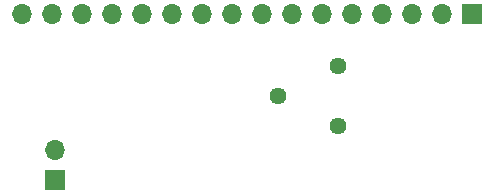
<source format=gbr>
%TF.GenerationSoftware,KiCad,Pcbnew,(6.0.10-0)*%
%TF.CreationDate,2022-12-23T16:53:29-05:00*%
%TF.ProjectId,LCD-StemmaQT,4c43442d-5374-4656-9d6d-6151542e6b69,1.0.0*%
%TF.SameCoordinates,Original*%
%TF.FileFunction,Soldermask,Bot*%
%TF.FilePolarity,Negative*%
%FSLAX46Y46*%
G04 Gerber Fmt 4.6, Leading zero omitted, Abs format (unit mm)*
G04 Created by KiCad (PCBNEW (6.0.10-0)) date 2022-12-23 16:53:29*
%MOMM*%
%LPD*%
G01*
G04 APERTURE LIST*
%ADD10C,1.440000*%
%ADD11R,1.700000X1.700000*%
%ADD12O,1.700000X1.700000*%
G04 APERTURE END LIST*
D10*
%TO.C,RV101*%
X163580000Y-88610000D03*
X158500000Y-91150000D03*
X163580000Y-93690000D03*
%TD*%
D11*
%TO.C,J103*%
X139575000Y-98318343D03*
D12*
X139575000Y-95778343D03*
%TD*%
D11*
%TO.C,J102*%
X174900000Y-84250000D03*
D12*
X172360000Y-84250000D03*
X169820000Y-84250000D03*
X167280000Y-84250000D03*
X164740000Y-84250000D03*
X162200000Y-84250000D03*
X159660000Y-84250000D03*
X157120000Y-84250000D03*
X154580000Y-84250000D03*
X152040000Y-84250000D03*
X149500000Y-84250000D03*
X146960000Y-84250000D03*
X144420000Y-84250000D03*
X141880000Y-84250000D03*
X139340000Y-84250000D03*
X136800000Y-84250000D03*
%TD*%
M02*

</source>
